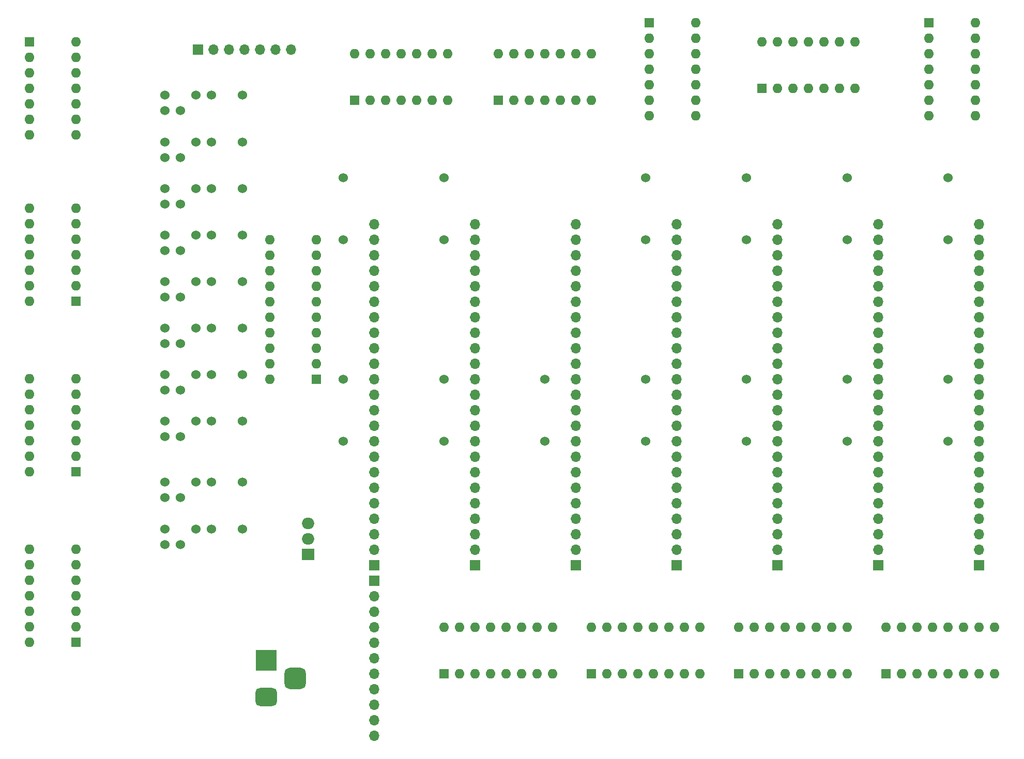
<source format=gbr>
%TF.GenerationSoftware,KiCad,Pcbnew,8.0.2-1*%
%TF.CreationDate,2024-08-04T14:30:48-04:00*%
%TF.ProjectId,bus,6275732e-6b69-4636-9164-5f7063625858,rev?*%
%TF.SameCoordinates,Original*%
%TF.FileFunction,Soldermask,Top*%
%TF.FilePolarity,Negative*%
%FSLAX46Y46*%
G04 Gerber Fmt 4.6, Leading zero omitted, Abs format (unit mm)*
G04 Created by KiCad (PCBNEW 8.0.2-1) date 2024-08-04 14:30:48*
%MOMM*%
%LPD*%
G01*
G04 APERTURE LIST*
G04 Aperture macros list*
%AMRoundRect*
0 Rectangle with rounded corners*
0 $1 Rounding radius*
0 $2 $3 $4 $5 $6 $7 $8 $9 X,Y pos of 4 corners*
0 Add a 4 corners polygon primitive as box body*
4,1,4,$2,$3,$4,$5,$6,$7,$8,$9,$2,$3,0*
0 Add four circle primitives for the rounded corners*
1,1,$1+$1,$2,$3*
1,1,$1+$1,$4,$5*
1,1,$1+$1,$6,$7*
1,1,$1+$1,$8,$9*
0 Add four rect primitives between the rounded corners*
20,1,$1+$1,$2,$3,$4,$5,0*
20,1,$1+$1,$4,$5,$6,$7,0*
20,1,$1+$1,$6,$7,$8,$9,0*
20,1,$1+$1,$8,$9,$2,$3,0*%
G04 Aperture macros list end*
%ADD10C,1.524000*%
%ADD11R,1.600000X1.600000*%
%ADD12O,1.600000X1.600000*%
%ADD13R,1.700000X1.700000*%
%ADD14O,1.700000X1.700000*%
%ADD15R,3.500000X3.500000*%
%ADD16RoundRect,0.750000X1.000000X-0.750000X1.000000X0.750000X-1.000000X0.750000X-1.000000X-0.750000X0*%
%ADD17RoundRect,0.875000X0.875000X-0.875000X0.875000X0.875000X-0.875000X0.875000X-0.875000X-0.875000X0*%
%ADD18R,2.000000X1.905000*%
%ADD19O,2.000000X1.905000*%
G04 APERTURE END LIST*
D10*
%TO.C,R8*%
X178308000Y-100337500D03*
X178308000Y-110497500D03*
%TD*%
D11*
%TO.C,U9*%
X180843000Y-52702500D03*
D12*
X183383000Y-52702500D03*
X185923000Y-52702500D03*
X188463000Y-52702500D03*
X191003000Y-52702500D03*
X193543000Y-52702500D03*
X196083000Y-52702500D03*
X196083000Y-45082500D03*
X193543000Y-45082500D03*
X191003000Y-45082500D03*
X188463000Y-45082500D03*
X185923000Y-45082500D03*
X183383000Y-45082500D03*
X180843000Y-45082500D03*
%TD*%
D10*
%TO.C,R10*%
X194818000Y-100337500D03*
X194818000Y-110497500D03*
%TD*%
D13*
%TO.C,U6*%
X133858000Y-130817500D03*
D14*
X133858000Y-128277500D03*
X133858000Y-125737500D03*
X133858000Y-123197500D03*
X133858000Y-120657500D03*
X133858000Y-118117500D03*
X133858000Y-115577500D03*
X133858000Y-113037500D03*
X133858000Y-110497500D03*
X133858000Y-107957500D03*
X133858000Y-105417500D03*
X133858000Y-102877500D03*
X133858000Y-100337500D03*
X133858000Y-97797500D03*
X133858000Y-95257500D03*
X133858000Y-92717500D03*
X133858000Y-90177500D03*
X133858000Y-87637500D03*
X133858000Y-85097500D03*
X133858000Y-82557500D03*
X133858000Y-80017500D03*
X133858000Y-77477500D03*
X133858000Y-74937500D03*
%TD*%
D10*
%TO.C,U22*%
X83058000Y-107222500D03*
X88138000Y-107222500D03*
X83058000Y-109762500D03*
X85598000Y-109762500D03*
X90678000Y-107222500D03*
X95758000Y-107222500D03*
%TD*%
%TO.C,U33*%
X83058000Y-61502500D03*
X88138000Y-61502500D03*
X83058000Y-64042500D03*
X85598000Y-64042500D03*
X90678000Y-61502500D03*
X95758000Y-61502500D03*
%TD*%
%TO.C,U26*%
X83058000Y-117182500D03*
X88138000Y-117182500D03*
X83058000Y-119722500D03*
X85598000Y-119722500D03*
X90678000Y-117182500D03*
X95758000Y-117182500D03*
%TD*%
D13*
%TO.C,U3*%
X183388000Y-130817500D03*
D14*
X183388000Y-128277500D03*
X183388000Y-125737500D03*
X183388000Y-123197500D03*
X183388000Y-120657500D03*
X183388000Y-118117500D03*
X183388000Y-115577500D03*
X183388000Y-113037500D03*
X183388000Y-110497500D03*
X183388000Y-107957500D03*
X183388000Y-105417500D03*
X183388000Y-102877500D03*
X183388000Y-100337500D03*
X183388000Y-97797500D03*
X183388000Y-95257500D03*
X183388000Y-92717500D03*
X183388000Y-90177500D03*
X183388000Y-87637500D03*
X183388000Y-85097500D03*
X183388000Y-82557500D03*
X183388000Y-80017500D03*
X183388000Y-77477500D03*
X183388000Y-74937500D03*
%TD*%
D11*
%TO.C,U23*%
X137653000Y-54612500D03*
D12*
X140193000Y-54612500D03*
X142733000Y-54612500D03*
X145273000Y-54612500D03*
X147813000Y-54612500D03*
X150353000Y-54612500D03*
X152893000Y-54612500D03*
X152893000Y-46992500D03*
X150353000Y-46992500D03*
X147813000Y-46992500D03*
X145273000Y-46992500D03*
X142733000Y-46992500D03*
X140193000Y-46992500D03*
X137653000Y-46992500D03*
%TD*%
D11*
%TO.C,U28*%
X68453000Y-87587500D03*
D12*
X68453000Y-85047500D03*
X68453000Y-82507500D03*
X68453000Y-79967500D03*
X68453000Y-77427500D03*
X68453000Y-74887500D03*
X68453000Y-72347500D03*
X60833000Y-72347500D03*
X60833000Y-74887500D03*
X60833000Y-77427500D03*
X60833000Y-79967500D03*
X60833000Y-82507500D03*
X60833000Y-85047500D03*
X60833000Y-87587500D03*
%TD*%
D13*
%TO.C,U34*%
X88448000Y-46357500D03*
D14*
X90988000Y-46357500D03*
X93528000Y-46357500D03*
X96068000Y-46357500D03*
X98608000Y-46357500D03*
X101148000Y-46357500D03*
X103688000Y-46357500D03*
%TD*%
D10*
%TO.C,R6*%
X161798000Y-100337500D03*
X161798000Y-110497500D03*
%TD*%
%TO.C,R4*%
X112268000Y-100337500D03*
X112268000Y-110497500D03*
%TD*%
D11*
%TO.C,U31*%
X68453000Y-115527500D03*
D12*
X68453000Y-112987500D03*
X68453000Y-110447500D03*
X68453000Y-107907500D03*
X68453000Y-105367500D03*
X68453000Y-102827500D03*
X68453000Y-100287500D03*
X60833000Y-100287500D03*
X60833000Y-102827500D03*
X60833000Y-105367500D03*
X60833000Y-107907500D03*
X60833000Y-110447500D03*
X60833000Y-112987500D03*
X60833000Y-115527500D03*
%TD*%
D13*
%TO.C,U7*%
X117348000Y-130802500D03*
D14*
X117348000Y-128262500D03*
X117348000Y-125722500D03*
X117348000Y-123182500D03*
X117348000Y-120642500D03*
X117348000Y-118102500D03*
X117348000Y-115562500D03*
X117348000Y-113022500D03*
X117348000Y-110482500D03*
X117348000Y-107942500D03*
X117348000Y-105402500D03*
X117348000Y-102862500D03*
X117348000Y-100322500D03*
X117348000Y-97782500D03*
X117348000Y-95242500D03*
X117348000Y-92702500D03*
X117348000Y-90162500D03*
X117348000Y-87622500D03*
X117348000Y-85082500D03*
X117348000Y-82542500D03*
X117348000Y-80002500D03*
X117348000Y-77462500D03*
X117348000Y-74922500D03*
%TD*%
D10*
%TO.C,U19*%
X83058000Y-84362500D03*
X88138000Y-84362500D03*
X83058000Y-86902500D03*
X85598000Y-86902500D03*
X90678000Y-84362500D03*
X95758000Y-84362500D03*
%TD*%
D11*
%TO.C,U15*%
X107823000Y-100332500D03*
D12*
X107823000Y-97792500D03*
X107823000Y-95252500D03*
X107823000Y-92712500D03*
X107823000Y-90172500D03*
X107823000Y-87632500D03*
X107823000Y-85092500D03*
X107823000Y-82552500D03*
X107823000Y-80012500D03*
X107823000Y-77472500D03*
X100203000Y-77472500D03*
X100203000Y-80012500D03*
X100203000Y-82552500D03*
X100203000Y-85092500D03*
X100203000Y-87632500D03*
X100203000Y-90172500D03*
X100203000Y-92712500D03*
X100203000Y-95252500D03*
X100203000Y-97792500D03*
X100203000Y-100332500D03*
%TD*%
D10*
%TO.C,U20*%
X83058000Y-91982500D03*
X88138000Y-91982500D03*
X83058000Y-94522500D03*
X85598000Y-94522500D03*
X90678000Y-91982500D03*
X95758000Y-91982500D03*
%TD*%
D11*
%TO.C,U13*%
X201168000Y-148597500D03*
D12*
X203708000Y-148597500D03*
X206248000Y-148597500D03*
X208788000Y-148597500D03*
X211328000Y-148597500D03*
X213868000Y-148597500D03*
X216408000Y-148597500D03*
X218948000Y-148597500D03*
X218948000Y-140977500D03*
X216408000Y-140977500D03*
X213868000Y-140977500D03*
X211328000Y-140977500D03*
X208788000Y-140977500D03*
X206248000Y-140977500D03*
X203708000Y-140977500D03*
X201168000Y-140977500D03*
%TD*%
D11*
%TO.C,U11*%
X152908000Y-148587500D03*
D12*
X155448000Y-148587500D03*
X157988000Y-148587500D03*
X160528000Y-148587500D03*
X163068000Y-148587500D03*
X165608000Y-148587500D03*
X168148000Y-148587500D03*
X170688000Y-148587500D03*
X170688000Y-140967500D03*
X168148000Y-140967500D03*
X165608000Y-140967500D03*
X163068000Y-140967500D03*
X160528000Y-140967500D03*
X157988000Y-140967500D03*
X155448000Y-140967500D03*
X152908000Y-140967500D03*
%TD*%
D10*
%TO.C,R11*%
X194818000Y-77477500D03*
X194818000Y-67317500D03*
%TD*%
D15*
%TO.C,J1*%
X99682500Y-146402500D03*
D16*
X99682500Y-152402500D03*
D17*
X104382500Y-149402500D03*
%TD*%
D10*
%TO.C,U27*%
X83058000Y-124902500D03*
X88138000Y-124902500D03*
X83058000Y-127442500D03*
X85598000Y-127442500D03*
X90678000Y-124902500D03*
X95758000Y-124902500D03*
%TD*%
%TO.C,R9*%
X178308000Y-77477500D03*
X178308000Y-67317500D03*
%TD*%
D13*
%TO.C,U5*%
X150368000Y-130802500D03*
D14*
X150368000Y-128262500D03*
X150368000Y-125722500D03*
X150368000Y-123182500D03*
X150368000Y-120642500D03*
X150368000Y-118102500D03*
X150368000Y-115562500D03*
X150368000Y-113022500D03*
X150368000Y-110482500D03*
X150368000Y-107942500D03*
X150368000Y-105402500D03*
X150368000Y-102862500D03*
X150368000Y-100322500D03*
X150368000Y-97782500D03*
X150368000Y-95242500D03*
X150368000Y-92702500D03*
X150368000Y-90162500D03*
X150368000Y-87622500D03*
X150368000Y-85082500D03*
X150368000Y-82542500D03*
X150368000Y-80002500D03*
X150368000Y-77462500D03*
X150368000Y-74922500D03*
%TD*%
D10*
%TO.C,R7*%
X161798000Y-77477500D03*
X161798000Y-67317500D03*
%TD*%
%TO.C,R14*%
X211328000Y-77477500D03*
X211328000Y-67317500D03*
%TD*%
D11*
%TO.C,U10*%
X177053000Y-148587500D03*
D12*
X179593000Y-148587500D03*
X182133000Y-148587500D03*
X184673000Y-148587500D03*
X187213000Y-148587500D03*
X189753000Y-148587500D03*
X192293000Y-148587500D03*
X194833000Y-148587500D03*
X194833000Y-140967500D03*
X192293000Y-140967500D03*
X189753000Y-140967500D03*
X187213000Y-140967500D03*
X184673000Y-140967500D03*
X182133000Y-140967500D03*
X179593000Y-140967500D03*
X177053000Y-140967500D03*
%TD*%
D11*
%TO.C,U25*%
X208153000Y-41917500D03*
D12*
X208153000Y-44457500D03*
X208153000Y-46997500D03*
X208153000Y-49537500D03*
X208153000Y-52077500D03*
X208153000Y-54617500D03*
X208153000Y-57157500D03*
X215773000Y-57157500D03*
X215773000Y-54617500D03*
X215773000Y-52077500D03*
X215773000Y-49537500D03*
X215773000Y-46997500D03*
X215773000Y-44457500D03*
X215773000Y-41917500D03*
%TD*%
D11*
%TO.C,U16*%
X114163000Y-54607500D03*
D12*
X116703000Y-54607500D03*
X119243000Y-54607500D03*
X121783000Y-54607500D03*
X124323000Y-54607500D03*
X126863000Y-54607500D03*
X129403000Y-54607500D03*
X129403000Y-46987500D03*
X126863000Y-46987500D03*
X124323000Y-46987500D03*
X121783000Y-46987500D03*
X119243000Y-46987500D03*
X116703000Y-46987500D03*
X114163000Y-46987500D03*
%TD*%
D10*
%TO.C,R1*%
X112268000Y-77462500D03*
X112268000Y-67302500D03*
%TD*%
D13*
%TO.C,U2*%
X199898000Y-130817500D03*
D14*
X199898000Y-128277500D03*
X199898000Y-125737500D03*
X199898000Y-123197500D03*
X199898000Y-120657500D03*
X199898000Y-118117500D03*
X199898000Y-115577500D03*
X199898000Y-113037500D03*
X199898000Y-110497500D03*
X199898000Y-107957500D03*
X199898000Y-105417500D03*
X199898000Y-102877500D03*
X199898000Y-100337500D03*
X199898000Y-97797500D03*
X199898000Y-95257500D03*
X199898000Y-92717500D03*
X199898000Y-90177500D03*
X199898000Y-87637500D03*
X199898000Y-85097500D03*
X199898000Y-82557500D03*
X199898000Y-80017500D03*
X199898000Y-77477500D03*
X199898000Y-74937500D03*
%TD*%
D10*
%TO.C,R3*%
X128778000Y-77477500D03*
X128778000Y-67317500D03*
%TD*%
D13*
%TO.C,U4*%
X166878000Y-130817500D03*
D14*
X166878000Y-128277500D03*
X166878000Y-125737500D03*
X166878000Y-123197500D03*
X166878000Y-120657500D03*
X166878000Y-118117500D03*
X166878000Y-115577500D03*
X166878000Y-113037500D03*
X166878000Y-110497500D03*
X166878000Y-107957500D03*
X166878000Y-105417500D03*
X166878000Y-102877500D03*
X166878000Y-100337500D03*
X166878000Y-97797500D03*
X166878000Y-95257500D03*
X166878000Y-92717500D03*
X166878000Y-90177500D03*
X166878000Y-87637500D03*
X166878000Y-85097500D03*
X166878000Y-82557500D03*
X166878000Y-80017500D03*
X166878000Y-77477500D03*
X166878000Y-74937500D03*
%TD*%
D10*
%TO.C,R5*%
X145288000Y-100322500D03*
X145288000Y-110482500D03*
%TD*%
%TO.C,R2*%
X128778000Y-100322500D03*
X128778000Y-110482500D03*
%TD*%
%TO.C,R13*%
X211328000Y-100337500D03*
X211328000Y-110497500D03*
%TD*%
D11*
%TO.C,U30*%
X60843000Y-45037500D03*
D12*
X60843000Y-47577500D03*
X60843000Y-50117500D03*
X60843000Y-52657500D03*
X60843000Y-55197500D03*
X60843000Y-57737500D03*
X60843000Y-60277500D03*
X68463000Y-60277500D03*
X68463000Y-57737500D03*
X68463000Y-55197500D03*
X68463000Y-52657500D03*
X68463000Y-50117500D03*
X68463000Y-47577500D03*
X68463000Y-45037500D03*
%TD*%
D11*
%TO.C,U14*%
X68463000Y-143462500D03*
D12*
X68463000Y-140922500D03*
X68463000Y-138382500D03*
X68463000Y-135842500D03*
X68463000Y-133302500D03*
X68463000Y-130762500D03*
X68463000Y-128222500D03*
X60843000Y-128222500D03*
X60843000Y-130762500D03*
X60843000Y-133302500D03*
X60843000Y-135842500D03*
X60843000Y-138382500D03*
X60843000Y-140922500D03*
X60843000Y-143462500D03*
%TD*%
D11*
%TO.C,U8*%
X162423000Y-41912500D03*
D12*
X162423000Y-44452500D03*
X162423000Y-46992500D03*
X162423000Y-49532500D03*
X162423000Y-52072500D03*
X162423000Y-54612500D03*
X162423000Y-57152500D03*
X170043000Y-57152500D03*
X170043000Y-54612500D03*
X170043000Y-52072500D03*
X170043000Y-49532500D03*
X170043000Y-46992500D03*
X170043000Y-44452500D03*
X170043000Y-41912500D03*
%TD*%
D10*
%TO.C,U18*%
X83058000Y-76742500D03*
X88138000Y-76742500D03*
X83058000Y-79282500D03*
X85598000Y-79282500D03*
X90678000Y-76742500D03*
X95758000Y-76742500D03*
%TD*%
D18*
%TO.C,U29*%
X106482000Y-129034500D03*
D19*
X106482000Y-126494500D03*
X106482000Y-123954500D03*
%TD*%
D10*
%TO.C,U21*%
X83058000Y-99602500D03*
X88138000Y-99602500D03*
X83058000Y-102142500D03*
X85598000Y-102142500D03*
X90678000Y-99602500D03*
X95758000Y-99602500D03*
%TD*%
%TO.C,U32*%
X83058000Y-53782500D03*
X88138000Y-53782500D03*
X83058000Y-56322500D03*
X85598000Y-56322500D03*
X90678000Y-53782500D03*
X95758000Y-53782500D03*
%TD*%
D13*
%TO.C,U24*%
X216408000Y-130817500D03*
D14*
X216408000Y-128277500D03*
X216408000Y-125737500D03*
X216408000Y-123197500D03*
X216408000Y-120657500D03*
X216408000Y-118117500D03*
X216408000Y-115577500D03*
X216408000Y-113037500D03*
X216408000Y-110497500D03*
X216408000Y-107957500D03*
X216408000Y-105417500D03*
X216408000Y-102877500D03*
X216408000Y-100337500D03*
X216408000Y-97797500D03*
X216408000Y-95257500D03*
X216408000Y-92717500D03*
X216408000Y-90177500D03*
X216408000Y-87637500D03*
X216408000Y-85097500D03*
X216408000Y-82557500D03*
X216408000Y-80017500D03*
X216408000Y-77477500D03*
X216408000Y-74937500D03*
%TD*%
D10*
%TO.C,U17*%
X83058000Y-69122500D03*
X88138000Y-69122500D03*
X83058000Y-71662500D03*
X85598000Y-71662500D03*
X90678000Y-69122500D03*
X95758000Y-69122500D03*
%TD*%
D11*
%TO.C,U12*%
X128793000Y-148587500D03*
D12*
X131333000Y-148587500D03*
X133873000Y-148587500D03*
X136413000Y-148587500D03*
X138953000Y-148587500D03*
X141493000Y-148587500D03*
X144033000Y-148587500D03*
X146573000Y-148587500D03*
X146573000Y-140967500D03*
X144033000Y-140967500D03*
X141493000Y-140967500D03*
X138953000Y-140967500D03*
X136413000Y-140967500D03*
X133873000Y-140967500D03*
X131333000Y-140967500D03*
X128793000Y-140967500D03*
%TD*%
D13*
%TO.C,U1*%
X117348000Y-133357500D03*
D14*
X117348000Y-135897500D03*
X117348000Y-138437500D03*
X117348000Y-140977500D03*
X117348000Y-143517500D03*
X117348000Y-146057500D03*
X117348000Y-148597500D03*
X117348000Y-151137500D03*
X117348000Y-153677500D03*
X117348000Y-156217500D03*
X117348000Y-158757500D03*
%TD*%
M02*

</source>
